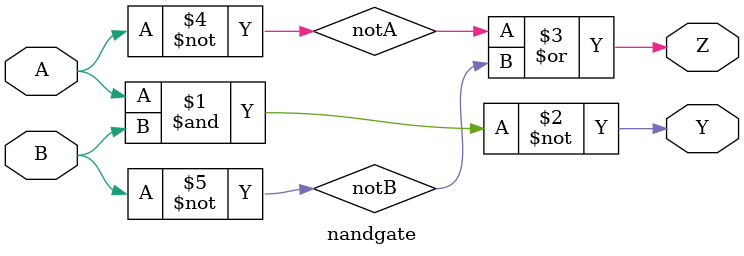
<source format=sv>
module nandgate(
	input logic A, B,
	output logic Y, Z
);

	logic notA, notB;

	not(notA, A);
	not(notB, B);

	nand(Y, A, B);
	
	
	or(Z, notA, notB);
	

	endmodule

</source>
